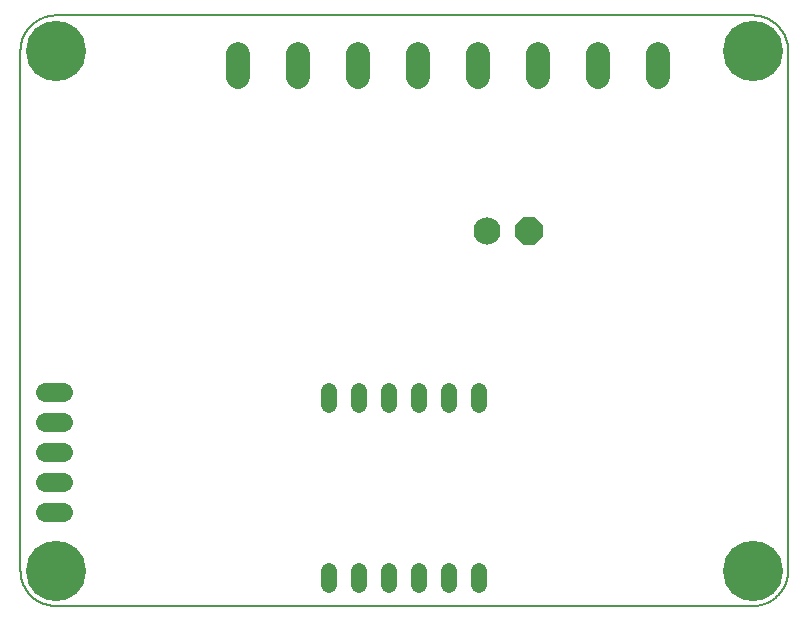
<source format=gbs>
G75*
%MOIN*%
%OFA0B0*%
%FSLAX25Y25*%
%IPPOS*%
%LPD*%
%AMOC8*
5,1,8,0,0,1.08239X$1,22.5*
%
%ADD10C,0.00800*%
%ADD11C,0.06306*%
%ADD12C,0.05200*%
%ADD13C,0.08077*%
%ADD14C,0.09061*%
%ADD15OC8,0.09061*%
%ADD16C,0.20085*%
D10*
X0034146Y0040429D02*
X0266430Y0040429D01*
X0266715Y0040432D01*
X0267001Y0040443D01*
X0267286Y0040460D01*
X0267570Y0040484D01*
X0267854Y0040515D01*
X0268137Y0040553D01*
X0268418Y0040598D01*
X0268699Y0040649D01*
X0268979Y0040707D01*
X0269257Y0040772D01*
X0269533Y0040844D01*
X0269807Y0040922D01*
X0270080Y0041007D01*
X0270350Y0041099D01*
X0270618Y0041197D01*
X0270884Y0041301D01*
X0271147Y0041412D01*
X0271407Y0041529D01*
X0271665Y0041652D01*
X0271919Y0041782D01*
X0272170Y0041918D01*
X0272418Y0042059D01*
X0272662Y0042207D01*
X0272903Y0042360D01*
X0273139Y0042520D01*
X0273372Y0042685D01*
X0273601Y0042855D01*
X0273826Y0043031D01*
X0274046Y0043213D01*
X0274262Y0043399D01*
X0274473Y0043591D01*
X0274680Y0043788D01*
X0274882Y0043990D01*
X0275079Y0044197D01*
X0275271Y0044408D01*
X0275457Y0044624D01*
X0275639Y0044844D01*
X0275815Y0045069D01*
X0275985Y0045298D01*
X0276150Y0045531D01*
X0276310Y0045767D01*
X0276463Y0046008D01*
X0276611Y0046252D01*
X0276752Y0046500D01*
X0276888Y0046751D01*
X0277018Y0047005D01*
X0277141Y0047263D01*
X0277258Y0047523D01*
X0277369Y0047786D01*
X0277473Y0048052D01*
X0277571Y0048320D01*
X0277663Y0048590D01*
X0277748Y0048863D01*
X0277826Y0049137D01*
X0277898Y0049413D01*
X0277963Y0049691D01*
X0278021Y0049971D01*
X0278072Y0050252D01*
X0278117Y0050533D01*
X0278155Y0050816D01*
X0278186Y0051100D01*
X0278210Y0051384D01*
X0278227Y0051669D01*
X0278238Y0051955D01*
X0278241Y0052240D01*
X0278241Y0225469D01*
X0278238Y0225754D01*
X0278227Y0226040D01*
X0278210Y0226325D01*
X0278186Y0226609D01*
X0278155Y0226893D01*
X0278117Y0227176D01*
X0278072Y0227457D01*
X0278021Y0227738D01*
X0277963Y0228018D01*
X0277898Y0228296D01*
X0277826Y0228572D01*
X0277748Y0228846D01*
X0277663Y0229119D01*
X0277571Y0229389D01*
X0277473Y0229657D01*
X0277369Y0229923D01*
X0277258Y0230186D01*
X0277141Y0230446D01*
X0277018Y0230704D01*
X0276888Y0230958D01*
X0276752Y0231209D01*
X0276611Y0231457D01*
X0276463Y0231701D01*
X0276310Y0231942D01*
X0276150Y0232178D01*
X0275985Y0232411D01*
X0275815Y0232640D01*
X0275639Y0232865D01*
X0275457Y0233085D01*
X0275271Y0233301D01*
X0275079Y0233512D01*
X0274882Y0233719D01*
X0274680Y0233921D01*
X0274473Y0234118D01*
X0274262Y0234310D01*
X0274046Y0234496D01*
X0273826Y0234678D01*
X0273601Y0234854D01*
X0273372Y0235024D01*
X0273139Y0235189D01*
X0272903Y0235349D01*
X0272662Y0235502D01*
X0272418Y0235650D01*
X0272170Y0235791D01*
X0271919Y0235927D01*
X0271665Y0236057D01*
X0271407Y0236180D01*
X0271147Y0236297D01*
X0270884Y0236408D01*
X0270618Y0236512D01*
X0270350Y0236610D01*
X0270080Y0236702D01*
X0269807Y0236787D01*
X0269533Y0236865D01*
X0269257Y0236937D01*
X0268979Y0237002D01*
X0268699Y0237060D01*
X0268418Y0237111D01*
X0268137Y0237156D01*
X0267854Y0237194D01*
X0267570Y0237225D01*
X0267286Y0237249D01*
X0267001Y0237266D01*
X0266715Y0237277D01*
X0266430Y0237280D01*
X0034146Y0237280D01*
X0033861Y0237277D01*
X0033575Y0237266D01*
X0033290Y0237249D01*
X0033006Y0237225D01*
X0032722Y0237194D01*
X0032439Y0237156D01*
X0032158Y0237111D01*
X0031877Y0237060D01*
X0031597Y0237002D01*
X0031319Y0236937D01*
X0031043Y0236865D01*
X0030769Y0236787D01*
X0030496Y0236702D01*
X0030226Y0236610D01*
X0029958Y0236512D01*
X0029692Y0236408D01*
X0029429Y0236297D01*
X0029169Y0236180D01*
X0028911Y0236057D01*
X0028657Y0235927D01*
X0028406Y0235791D01*
X0028158Y0235650D01*
X0027914Y0235502D01*
X0027673Y0235349D01*
X0027437Y0235189D01*
X0027204Y0235024D01*
X0026975Y0234854D01*
X0026750Y0234678D01*
X0026530Y0234496D01*
X0026314Y0234310D01*
X0026103Y0234118D01*
X0025896Y0233921D01*
X0025694Y0233719D01*
X0025497Y0233512D01*
X0025305Y0233301D01*
X0025119Y0233085D01*
X0024937Y0232865D01*
X0024761Y0232640D01*
X0024591Y0232411D01*
X0024426Y0232178D01*
X0024266Y0231942D01*
X0024113Y0231701D01*
X0023965Y0231457D01*
X0023824Y0231209D01*
X0023688Y0230958D01*
X0023558Y0230704D01*
X0023435Y0230446D01*
X0023318Y0230186D01*
X0023207Y0229923D01*
X0023103Y0229657D01*
X0023005Y0229389D01*
X0022913Y0229119D01*
X0022828Y0228846D01*
X0022750Y0228572D01*
X0022678Y0228296D01*
X0022613Y0228018D01*
X0022555Y0227738D01*
X0022504Y0227457D01*
X0022459Y0227176D01*
X0022421Y0226893D01*
X0022390Y0226609D01*
X0022366Y0226325D01*
X0022349Y0226040D01*
X0022338Y0225754D01*
X0022335Y0225469D01*
X0022335Y0052240D01*
X0022338Y0051955D01*
X0022349Y0051669D01*
X0022366Y0051384D01*
X0022390Y0051100D01*
X0022421Y0050816D01*
X0022459Y0050533D01*
X0022504Y0050252D01*
X0022555Y0049971D01*
X0022613Y0049691D01*
X0022678Y0049413D01*
X0022750Y0049137D01*
X0022828Y0048863D01*
X0022913Y0048590D01*
X0023005Y0048320D01*
X0023103Y0048052D01*
X0023207Y0047786D01*
X0023318Y0047523D01*
X0023435Y0047263D01*
X0023558Y0047005D01*
X0023688Y0046751D01*
X0023824Y0046500D01*
X0023965Y0046252D01*
X0024113Y0046008D01*
X0024266Y0045767D01*
X0024426Y0045531D01*
X0024591Y0045298D01*
X0024761Y0045069D01*
X0024937Y0044844D01*
X0025119Y0044624D01*
X0025305Y0044408D01*
X0025497Y0044197D01*
X0025694Y0043990D01*
X0025896Y0043788D01*
X0026103Y0043591D01*
X0026314Y0043399D01*
X0026530Y0043213D01*
X0026750Y0043031D01*
X0026975Y0042855D01*
X0027204Y0042685D01*
X0027437Y0042520D01*
X0027673Y0042360D01*
X0027914Y0042207D01*
X0028158Y0042059D01*
X0028406Y0041918D01*
X0028657Y0041782D01*
X0028911Y0041652D01*
X0029169Y0041529D01*
X0029429Y0041412D01*
X0029692Y0041301D01*
X0029958Y0041197D01*
X0030226Y0041099D01*
X0030496Y0041007D01*
X0030769Y0040922D01*
X0031043Y0040844D01*
X0031319Y0040772D01*
X0031597Y0040707D01*
X0031877Y0040649D01*
X0032158Y0040598D01*
X0032439Y0040553D01*
X0032722Y0040515D01*
X0033006Y0040484D01*
X0033290Y0040460D01*
X0033575Y0040443D01*
X0033861Y0040432D01*
X0034146Y0040429D01*
D11*
X0036538Y0071679D02*
X0030633Y0071679D01*
X0030633Y0081679D02*
X0036538Y0081679D01*
X0036538Y0091679D02*
X0030633Y0091679D01*
X0030633Y0101679D02*
X0036538Y0101679D01*
X0036538Y0111679D02*
X0030633Y0111679D01*
D12*
X0125288Y0112199D02*
X0125288Y0107399D01*
X0135288Y0107399D02*
X0135288Y0112199D01*
X0145288Y0112199D02*
X0145288Y0107399D01*
X0155288Y0107399D02*
X0155288Y0112199D01*
X0165288Y0112199D02*
X0165288Y0107399D01*
X0175288Y0107399D02*
X0175288Y0112199D01*
X0175288Y0052199D02*
X0175288Y0047399D01*
X0165288Y0047399D02*
X0165288Y0052199D01*
X0155288Y0052199D02*
X0155288Y0047399D01*
X0145288Y0047399D02*
X0145288Y0052199D01*
X0135288Y0052199D02*
X0135288Y0047399D01*
X0125288Y0047399D02*
X0125288Y0052199D01*
D13*
X0134835Y0216591D02*
X0134835Y0224268D01*
X0114835Y0224268D02*
X0114835Y0216591D01*
X0094835Y0216591D02*
X0094835Y0224268D01*
X0154835Y0224268D02*
X0154835Y0216591D01*
X0174835Y0216591D02*
X0174835Y0224268D01*
X0194835Y0224268D02*
X0194835Y0216591D01*
X0214835Y0216591D02*
X0214835Y0224268D01*
X0234835Y0224268D02*
X0234835Y0216591D01*
D14*
X0177946Y0165429D03*
D15*
X0191725Y0165429D03*
D16*
X0266430Y0225469D03*
X0266430Y0052240D03*
X0034146Y0052240D03*
X0034146Y0225469D03*
M02*

</source>
